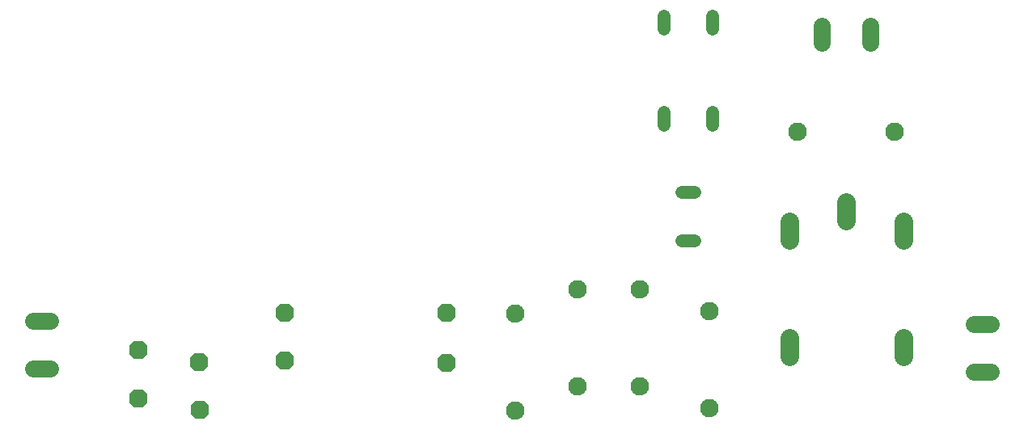
<source format=gbl>
G75*
%MOIN*%
%OFA0B0*%
%FSLAX25Y25*%
%IPPOS*%
%LPD*%
%AMOC8*
5,1,8,0,0,1.08239X$1,22.5*
%
%ADD10C,0.05200*%
%ADD11C,0.07600*%
%ADD12C,0.07800*%
%ADD13C,0.07050*%
%ADD14OC8,0.07600*%
D10*
X0319170Y0128971D02*
X0319170Y0134171D01*
X0339170Y0134171D02*
X0339170Y0128971D01*
X0331770Y0101256D02*
X0326570Y0101256D01*
X0326570Y0081256D02*
X0331770Y0081256D01*
X0339170Y0168656D02*
X0339170Y0173856D01*
X0319170Y0173856D02*
X0319170Y0168656D01*
D11*
X0374170Y0126256D03*
X0414170Y0126256D03*
X0309170Y0061256D03*
X0283540Y0061256D03*
X0257792Y0051256D03*
X0283540Y0021256D03*
X0309170Y0021256D03*
X0337674Y0012319D03*
X0257792Y0011256D03*
X0337674Y0052319D03*
D12*
X0370670Y0041341D02*
X0370670Y0033541D01*
X0417670Y0033541D02*
X0417670Y0041341D01*
X0417670Y0081541D02*
X0417670Y0089341D01*
X0394170Y0089541D02*
X0394170Y0097341D01*
X0370670Y0089341D02*
X0370670Y0081541D01*
D13*
X0066120Y0028539D02*
X0059070Y0028539D01*
X0059070Y0048224D02*
X0066120Y0048224D01*
X0384327Y0162731D02*
X0384327Y0169781D01*
X0404012Y0169781D02*
X0404012Y0162731D01*
X0446905Y0047043D02*
X0453955Y0047043D01*
X0453955Y0027358D02*
X0446905Y0027358D01*
D14*
X0229603Y0030783D03*
X0229603Y0051453D03*
X0162674Y0051453D03*
X0162674Y0031768D03*
X0127595Y0031256D03*
X0102595Y0036256D03*
X0102595Y0016256D03*
X0127910Y0011571D03*
M02*

</source>
